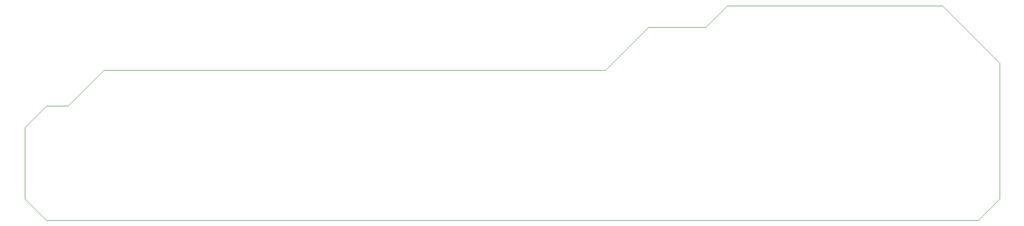
<source format=gbr>
G04 #@! TF.FileFunction,Profile,NP*
%FSLAX46Y46*%
G04 Gerber Fmt 4.6, Leading zero omitted, Abs format (unit mm)*
G04 Created by KiCad (PCBNEW 4.0.2-stable) date Wednesday, 10 August 2016 'pmt' 17:46:57*
%MOMM*%
G01*
G04 APERTURE LIST*
%ADD10C,0.100000*%
G04 APERTURE END LIST*
D10*
X219710000Y-73660000D02*
X223520000Y-69850000D01*
X54610000Y-73660000D02*
X219710000Y-73660000D01*
X50800000Y-69850000D02*
X54610000Y-73660000D01*
X50800000Y-57150000D02*
X50800000Y-69850000D01*
X54610000Y-53340000D02*
X50800000Y-57150000D01*
X58420000Y-53340000D02*
X54610000Y-53340000D01*
X64770000Y-46990000D02*
X58420000Y-53340000D01*
X153670000Y-46990000D02*
X64770000Y-46990000D01*
X161290000Y-39370000D02*
X153670000Y-46990000D01*
X171450000Y-39370000D02*
X161290000Y-39370000D01*
X175260000Y-35560000D02*
X171450000Y-39370000D01*
X213360000Y-35560000D02*
X175260000Y-35560000D01*
X223520000Y-45720000D02*
X213360000Y-35560000D01*
X223520000Y-69850000D02*
X223520000Y-45720000D01*
M02*

</source>
